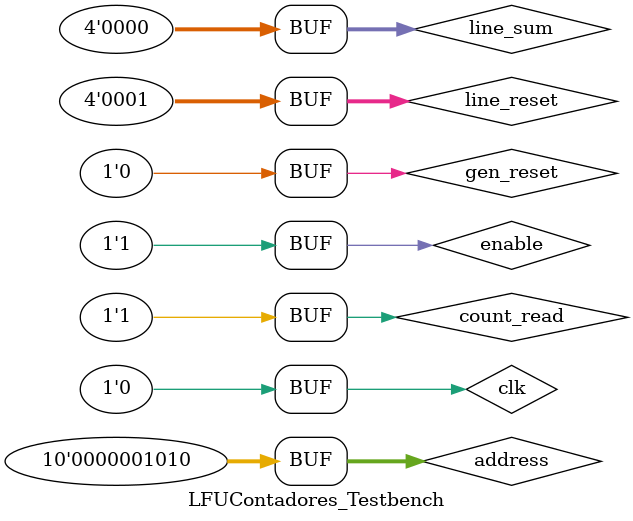
<source format=sv>
`timescale 1ns / 1ps

module LFUContadores_Testbench();

      logic             clk;
      logic             enable; //habilita el borrar o sumar a la linea
      logic [3:0]       line_reset; //para elegir cual de las 4 lineas borrar
      logic [3:0]       line_sum; //para elegir a cual de las 4 lineas sumarle
      logic [10-1:0]    address;
      logic             count_read; //para leer el contador de las lineas
      logic             gen_reset; //para reiniciar TODAS las lineas
      logic [4-1:0]     count_out0;
      logic [4-1:0]     count_out1;
      logic [4-1:0]     count_out2;
      logic [4-1:0]     count_out3;
      
LFUContadores #(10,4) dut(clk,enable,line_reset,line_sum,address,count_read,gen_reset,count_out0,count_out1,count_out2,count_out3);

initial begin

enable=0; line_reset=0; line_sum=0; address=0; count_read=0; gen_reset=1; #20;

gen_reset=0; #20;

count_read=1; address=10; #10;

line_sum=4'b0001; #10;

enable=1; #10;

line_sum=4'b0010; #10;

line_sum=4'b0000; #10;

enable=0; #10;

line_reset=4'b0001; #10;

enable=1; #10;


end

 //Para el clock 
    always
        begin
        clk <= 1; #5; clk <= 0; #5;
        end

endmodule

</source>
